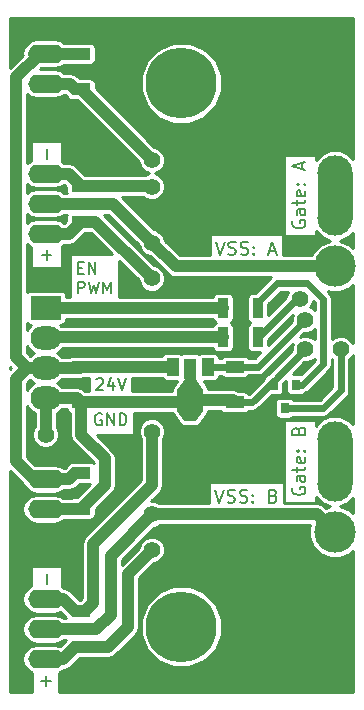
<source format=gbr>
G04 #@! TF.FileFunction,Copper,L1,Top,Signal*
%FSLAX46Y46*%
G04 Gerber Fmt 4.6, Leading zero omitted, Abs format (unit mm)*
G04 Created by KiCad (PCBNEW 4.0.7) date 05/17/18 12:20:08*
%MOMM*%
%LPD*%
G01*
G04 APERTURE LIST*
%ADD10C,0.100000*%
%ADD11C,0.150000*%
%ADD12R,0.900000X1.700000*%
%ADD13R,2.600000X2.000000*%
%ADD14O,2.600000X2.000000*%
%ADD15R,0.800000X0.900000*%
%ADD16R,1.600000X1.000000*%
%ADD17C,2.999740*%
%ADD18C,3.500120*%
%ADD19R,1.000000X1.500000*%
%ADD20R,1.000000X1.800000*%
%ADD21R,2.200000X1.840000*%
%ADD22C,6.000000*%
%ADD23O,3.000000X1.600000*%
%ADD24C,1.400000*%
%ADD25C,1.000000*%
%ADD26C,0.600000*%
%ADD27C,0.300000*%
%ADD28C,0.256000*%
G04 APERTURE END LIST*
D10*
D11*
X17933334Y-19397619D02*
X18300001Y-20497619D01*
X18666667Y-19397619D01*
X18980953Y-20445238D02*
X19138096Y-20497619D01*
X19400000Y-20497619D01*
X19504762Y-20445238D01*
X19557143Y-20392857D01*
X19609524Y-20288095D01*
X19609524Y-20183333D01*
X19557143Y-20078571D01*
X19504762Y-20026190D01*
X19400000Y-19973810D01*
X19190477Y-19921429D01*
X19085715Y-19869048D01*
X19033334Y-19816667D01*
X18980953Y-19711905D01*
X18980953Y-19607143D01*
X19033334Y-19502381D01*
X19085715Y-19450000D01*
X19190477Y-19397619D01*
X19452381Y-19397619D01*
X19609524Y-19450000D01*
X20028572Y-20445238D02*
X20185715Y-20497619D01*
X20447619Y-20497619D01*
X20552381Y-20445238D01*
X20604762Y-20392857D01*
X20657143Y-20288095D01*
X20657143Y-20183333D01*
X20604762Y-20078571D01*
X20552381Y-20026190D01*
X20447619Y-19973810D01*
X20238096Y-19921429D01*
X20133334Y-19869048D01*
X20080953Y-19816667D01*
X20028572Y-19711905D01*
X20028572Y-19607143D01*
X20080953Y-19502381D01*
X20133334Y-19450000D01*
X20238096Y-19397619D01*
X20500000Y-19397619D01*
X20657143Y-19450000D01*
X21128572Y-20392857D02*
X21180953Y-20445238D01*
X21128572Y-20497619D01*
X21076191Y-20445238D01*
X21128572Y-20392857D01*
X21128572Y-20497619D01*
X21128572Y-19816667D02*
X21180953Y-19869048D01*
X21128572Y-19921429D01*
X21076191Y-19869048D01*
X21128572Y-19816667D01*
X21128572Y-19921429D01*
X22438096Y-20183333D02*
X22961905Y-20183333D01*
X22333334Y-20497619D02*
X22700001Y-19397619D01*
X23066667Y-20497619D01*
X17854762Y-40397619D02*
X18221429Y-41497619D01*
X18588095Y-40397619D01*
X18902381Y-41445238D02*
X19059524Y-41497619D01*
X19321428Y-41497619D01*
X19426190Y-41445238D01*
X19478571Y-41392857D01*
X19530952Y-41288095D01*
X19530952Y-41183333D01*
X19478571Y-41078571D01*
X19426190Y-41026190D01*
X19321428Y-40973810D01*
X19111905Y-40921429D01*
X19007143Y-40869048D01*
X18954762Y-40816667D01*
X18902381Y-40711905D01*
X18902381Y-40607143D01*
X18954762Y-40502381D01*
X19007143Y-40450000D01*
X19111905Y-40397619D01*
X19373809Y-40397619D01*
X19530952Y-40450000D01*
X19950000Y-41445238D02*
X20107143Y-41497619D01*
X20369047Y-41497619D01*
X20473809Y-41445238D01*
X20526190Y-41392857D01*
X20578571Y-41288095D01*
X20578571Y-41183333D01*
X20526190Y-41078571D01*
X20473809Y-41026190D01*
X20369047Y-40973810D01*
X20159524Y-40921429D01*
X20054762Y-40869048D01*
X20002381Y-40816667D01*
X19950000Y-40711905D01*
X19950000Y-40607143D01*
X20002381Y-40502381D01*
X20054762Y-40450000D01*
X20159524Y-40397619D01*
X20421428Y-40397619D01*
X20578571Y-40450000D01*
X21050000Y-41392857D02*
X21102381Y-41445238D01*
X21050000Y-41497619D01*
X20997619Y-41445238D01*
X21050000Y-41392857D01*
X21050000Y-41497619D01*
X21050000Y-40816667D02*
X21102381Y-40869048D01*
X21050000Y-40921429D01*
X20997619Y-40869048D01*
X21050000Y-40816667D01*
X21050000Y-40921429D01*
X22778571Y-40921429D02*
X22935714Y-40973810D01*
X22988095Y-41026190D01*
X23040476Y-41130952D01*
X23040476Y-41288095D01*
X22988095Y-41392857D01*
X22935714Y-41445238D01*
X22830952Y-41497619D01*
X22411905Y-41497619D01*
X22411905Y-40397619D01*
X22778571Y-40397619D01*
X22883333Y-40450000D01*
X22935714Y-40502381D01*
X22988095Y-40607143D01*
X22988095Y-40711905D01*
X22935714Y-40816667D01*
X22883333Y-40869048D01*
X22778571Y-40921429D01*
X22411905Y-40921429D01*
X3578571Y-20919047D02*
X3578571Y-20080952D01*
X3997619Y-20500000D02*
X3159524Y-20500000D01*
X3578571Y-12419047D02*
X3578571Y-11580952D01*
X3578571Y-48419047D02*
X3578571Y-47580952D01*
X3080953Y-56578571D02*
X3919048Y-56578571D01*
X3500000Y-56997619D02*
X3500000Y-56159524D01*
X7809524Y-31047619D02*
X7857143Y-31000000D01*
X7952381Y-30952381D01*
X8190477Y-30952381D01*
X8285715Y-31000000D01*
X8333334Y-31047619D01*
X8380953Y-31142857D01*
X8380953Y-31238095D01*
X8333334Y-31380952D01*
X7761905Y-31952381D01*
X8380953Y-31952381D01*
X9238096Y-31285714D02*
X9238096Y-31952381D01*
X9000000Y-30904762D02*
X8761905Y-31619048D01*
X9380953Y-31619048D01*
X9619048Y-30952381D02*
X9952381Y-31952381D01*
X10285715Y-30952381D01*
X8238096Y-34000000D02*
X8142858Y-33952381D01*
X8000001Y-33952381D01*
X7857143Y-34000000D01*
X7761905Y-34095238D01*
X7714286Y-34190476D01*
X7666667Y-34380952D01*
X7666667Y-34523810D01*
X7714286Y-34714286D01*
X7761905Y-34809524D01*
X7857143Y-34904762D01*
X8000001Y-34952381D01*
X8095239Y-34952381D01*
X8238096Y-34904762D01*
X8285715Y-34857143D01*
X8285715Y-34523810D01*
X8095239Y-34523810D01*
X8714286Y-34952381D02*
X8714286Y-33952381D01*
X9285715Y-34952381D01*
X9285715Y-33952381D01*
X9761905Y-34952381D02*
X9761905Y-33952381D01*
X10000000Y-33952381D01*
X10142858Y-34000000D01*
X10238096Y-34095238D01*
X10285715Y-34190476D01*
X10333334Y-34380952D01*
X10333334Y-34523810D01*
X10285715Y-34714286D01*
X10238096Y-34809524D01*
X10142858Y-34904762D01*
X10000000Y-34952381D01*
X9761905Y-34952381D01*
X6238095Y-21603571D02*
X6571429Y-21603571D01*
X6714286Y-22127381D02*
X6238095Y-22127381D01*
X6238095Y-21127381D01*
X6714286Y-21127381D01*
X7142857Y-22127381D02*
X7142857Y-21127381D01*
X7714286Y-22127381D01*
X7714286Y-21127381D01*
X6238095Y-23777381D02*
X6238095Y-22777381D01*
X6619048Y-22777381D01*
X6714286Y-22825000D01*
X6761905Y-22872619D01*
X6809524Y-22967857D01*
X6809524Y-23110714D01*
X6761905Y-23205952D01*
X6714286Y-23253571D01*
X6619048Y-23301190D01*
X6238095Y-23301190D01*
X7142857Y-22777381D02*
X7380952Y-23777381D01*
X7571429Y-23063095D01*
X7761905Y-23777381D01*
X8000000Y-22777381D01*
X8380952Y-23777381D02*
X8380952Y-22777381D01*
X8714286Y-23491667D01*
X9047619Y-22777381D01*
X9047619Y-23777381D01*
X24450000Y-40226190D02*
X24397619Y-40330952D01*
X24397619Y-40488095D01*
X24450000Y-40645237D01*
X24554762Y-40749999D01*
X24659524Y-40802380D01*
X24869048Y-40854761D01*
X25026190Y-40854761D01*
X25235714Y-40802380D01*
X25340476Y-40749999D01*
X25445238Y-40645237D01*
X25497619Y-40488095D01*
X25497619Y-40383333D01*
X25445238Y-40226190D01*
X25392857Y-40173809D01*
X25026190Y-40173809D01*
X25026190Y-40383333D01*
X25497619Y-39230952D02*
X24921429Y-39230952D01*
X24816667Y-39283333D01*
X24764286Y-39388095D01*
X24764286Y-39597618D01*
X24816667Y-39702380D01*
X25445238Y-39230952D02*
X25497619Y-39335714D01*
X25497619Y-39597618D01*
X25445238Y-39702380D01*
X25340476Y-39754761D01*
X25235714Y-39754761D01*
X25130952Y-39702380D01*
X25078571Y-39597618D01*
X25078571Y-39335714D01*
X25026190Y-39230952D01*
X24764286Y-38864285D02*
X24764286Y-38445237D01*
X24397619Y-38707142D02*
X25340476Y-38707142D01*
X25445238Y-38654761D01*
X25497619Y-38549999D01*
X25497619Y-38445237D01*
X25445238Y-37659524D02*
X25497619Y-37764286D01*
X25497619Y-37973809D01*
X25445238Y-38078571D01*
X25340476Y-38130952D01*
X24921429Y-38130952D01*
X24816667Y-38078571D01*
X24764286Y-37973809D01*
X24764286Y-37764286D01*
X24816667Y-37659524D01*
X24921429Y-37607143D01*
X25026190Y-37607143D01*
X25130952Y-38130952D01*
X25392857Y-37135714D02*
X25445238Y-37083333D01*
X25497619Y-37135714D01*
X25445238Y-37188095D01*
X25392857Y-37135714D01*
X25497619Y-37135714D01*
X24816667Y-37135714D02*
X24869048Y-37083333D01*
X24921429Y-37135714D01*
X24869048Y-37188095D01*
X24816667Y-37135714D01*
X24921429Y-37135714D01*
X24921429Y-35407143D02*
X24973810Y-35250000D01*
X25026190Y-35197619D01*
X25130952Y-35145238D01*
X25288095Y-35145238D01*
X25392857Y-35197619D01*
X25445238Y-35250000D01*
X25497619Y-35354762D01*
X25497619Y-35773809D01*
X24397619Y-35773809D01*
X24397619Y-35407143D01*
X24450000Y-35302381D01*
X24502381Y-35250000D01*
X24607143Y-35197619D01*
X24711905Y-35197619D01*
X24816667Y-35250000D01*
X24869048Y-35302381D01*
X24921429Y-35407143D01*
X24921429Y-35773809D01*
X24450000Y-17647619D02*
X24397619Y-17752381D01*
X24397619Y-17909524D01*
X24450000Y-18066666D01*
X24554762Y-18171428D01*
X24659524Y-18223809D01*
X24869048Y-18276190D01*
X25026190Y-18276190D01*
X25235714Y-18223809D01*
X25340476Y-18171428D01*
X25445238Y-18066666D01*
X25497619Y-17909524D01*
X25497619Y-17804762D01*
X25445238Y-17647619D01*
X25392857Y-17595238D01*
X25026190Y-17595238D01*
X25026190Y-17804762D01*
X25497619Y-16652381D02*
X24921429Y-16652381D01*
X24816667Y-16704762D01*
X24764286Y-16809524D01*
X24764286Y-17019047D01*
X24816667Y-17123809D01*
X25445238Y-16652381D02*
X25497619Y-16757143D01*
X25497619Y-17019047D01*
X25445238Y-17123809D01*
X25340476Y-17176190D01*
X25235714Y-17176190D01*
X25130952Y-17123809D01*
X25078571Y-17019047D01*
X25078571Y-16757143D01*
X25026190Y-16652381D01*
X24764286Y-16285714D02*
X24764286Y-15866666D01*
X24397619Y-16128571D02*
X25340476Y-16128571D01*
X25445238Y-16076190D01*
X25497619Y-15971428D01*
X25497619Y-15866666D01*
X25445238Y-15080953D02*
X25497619Y-15185715D01*
X25497619Y-15395238D01*
X25445238Y-15500000D01*
X25340476Y-15552381D01*
X24921429Y-15552381D01*
X24816667Y-15500000D01*
X24764286Y-15395238D01*
X24764286Y-15185715D01*
X24816667Y-15080953D01*
X24921429Y-15028572D01*
X25026190Y-15028572D01*
X25130952Y-15552381D01*
X25392857Y-14557143D02*
X25445238Y-14504762D01*
X25497619Y-14557143D01*
X25445238Y-14609524D01*
X25392857Y-14557143D01*
X25497619Y-14557143D01*
X24816667Y-14557143D02*
X24869048Y-14504762D01*
X24921429Y-14557143D01*
X24869048Y-14609524D01*
X24816667Y-14557143D01*
X24921429Y-14557143D01*
X25183333Y-13247619D02*
X25183333Y-12723810D01*
X25497619Y-13352381D02*
X24397619Y-12985714D01*
X25497619Y-12619048D01*
D12*
X21450000Y-27500000D03*
X18550000Y-27500000D03*
D13*
X3500000Y-25000000D03*
D14*
X3500000Y-27540000D03*
X3500000Y-30080000D03*
X3500000Y-32620000D03*
D12*
X21450000Y-25000000D03*
X18550000Y-25000000D03*
D15*
X24700000Y-31500000D03*
X22800000Y-31500000D03*
X23750000Y-33500000D03*
D16*
X6500000Y-3500000D03*
X6500000Y-6500000D03*
X12000000Y-30000000D03*
X12000000Y-33000000D03*
X19500000Y-30000000D03*
X19500000Y-33000000D03*
X6500000Y-30000000D03*
X6500000Y-33000000D03*
X6500000Y-17700000D03*
X6500000Y-14700000D03*
X6500000Y-53700000D03*
X6500000Y-50700000D03*
X6500000Y-39000000D03*
X6500000Y-42000000D03*
D17*
X28000000Y-17405000D03*
X28000000Y-13595000D03*
D18*
X28000000Y-21500000D03*
D17*
X28000000Y-39905000D03*
X28000000Y-36095000D03*
D18*
X28000000Y-44000000D03*
D10*
G36*
X16850000Y-33742000D02*
X16250000Y-34592000D01*
X15250000Y-34592000D01*
X14650000Y-33742000D01*
X16850000Y-33742000D01*
X16850000Y-33742000D01*
G37*
D19*
X17250000Y-30020000D03*
D20*
X15750000Y-30166500D03*
D19*
X14250000Y-30020000D03*
D21*
X15750000Y-32833500D03*
D10*
G36*
X14650000Y-31923800D02*
X15350000Y-30923800D01*
X16150000Y-30923800D01*
X16850000Y-31923800D01*
X14650000Y-31923800D01*
X14650000Y-31923800D01*
G37*
D22*
X15000000Y-6000000D03*
X15000000Y-52000000D03*
D23*
X3500000Y-39500000D03*
X3500000Y-42040000D03*
X3500000Y-49660000D03*
X3500000Y-52200000D03*
X3500000Y-54740000D03*
X3500000Y-3500000D03*
X3500000Y-6040000D03*
X3500000Y-13660000D03*
X3500000Y-16200000D03*
X3500000Y-18740000D03*
D24*
X25500000Y-28500000D03*
X12500000Y-12500000D03*
X3500000Y-35750000D03*
X25500000Y-26000000D03*
X12500000Y-22500000D03*
X12500000Y-14750000D03*
X12500000Y-19500000D03*
X25000000Y-24250000D03*
X12500000Y-45500000D03*
X12500000Y-35500000D03*
X12500000Y-42500000D03*
X28500000Y-28500000D03*
D25*
X3500000Y-3500000D02*
X2500000Y-3500000D01*
X3000000Y-3500000D02*
X1000000Y-5500000D01*
X1000000Y-29160000D02*
X1000000Y-5500000D01*
X1920000Y-30080000D02*
X1000000Y-29160000D01*
X3500000Y-30080000D02*
X1920000Y-30080000D01*
X1000000Y-38000000D02*
X2500000Y-39500000D01*
X1000000Y-31000000D02*
X1000000Y-38000000D01*
X1920000Y-30080000D02*
X1000000Y-31000000D01*
X2500000Y-39500000D02*
X3000000Y-39500000D01*
X3000000Y-39500000D02*
X5500000Y-39500000D01*
X5500000Y-39500000D02*
X6000000Y-39000000D01*
X3500000Y-30080000D02*
X6420000Y-30080000D01*
X12000000Y-30000000D02*
X14230000Y-30000000D01*
D26*
X14230000Y-30000000D02*
X14250000Y-30020000D01*
D25*
X6500000Y-30000000D02*
X12000000Y-30000000D01*
D26*
X6420000Y-30080000D02*
X6500000Y-30000000D01*
D25*
X3500000Y-3500000D02*
X6000000Y-3500000D01*
D26*
X22800000Y-31500000D02*
X22800000Y-31200000D01*
X22800000Y-31200000D02*
X23000000Y-31000000D01*
X19500000Y-33000000D02*
X21000000Y-33000000D01*
X21000000Y-33000000D02*
X23000000Y-31000000D01*
X23000000Y-31000000D02*
X25500000Y-28500000D01*
D27*
X15750000Y-31423800D02*
X15750000Y-32833500D01*
X15750000Y-32833500D02*
X15750000Y-30166500D01*
X15750000Y-34167000D02*
X15750000Y-32833500D01*
D25*
X6500000Y-42000000D02*
X3540000Y-42000000D01*
X3540000Y-42000000D02*
X3500000Y-42040000D01*
X6500000Y-33000000D02*
X6500000Y-35750000D01*
X8500000Y-40000000D02*
X6500000Y-42000000D01*
X8500000Y-37750000D02*
X8500000Y-40000000D01*
X6500000Y-35750000D02*
X8500000Y-37750000D01*
X12500000Y-12500000D02*
X6500000Y-6500000D01*
X3500000Y-32620000D02*
X3500000Y-35750000D01*
D26*
X19550000Y-32950000D02*
X19500000Y-33000000D01*
X19500000Y-33000000D02*
X19500000Y-32950000D01*
D25*
X15750000Y-32833500D02*
X19333500Y-32833500D01*
D26*
X19333500Y-32833500D02*
X19500000Y-33000000D01*
D25*
X12000000Y-33000000D02*
X15583500Y-33000000D01*
D26*
X15583500Y-33000000D02*
X15750000Y-32833500D01*
D25*
X6500000Y-33000000D02*
X12000000Y-33000000D01*
X3500000Y-32620000D02*
X6120000Y-32620000D01*
X6120000Y-32620000D02*
X6500000Y-33000000D01*
X3500000Y-6040000D02*
X5540000Y-6040000D01*
X5540000Y-6040000D02*
X6000000Y-6500000D01*
D26*
X21500000Y-30000000D02*
X25500000Y-26000000D01*
X21500000Y-30000000D02*
X19500000Y-30000000D01*
X19500000Y-30000000D02*
X19750000Y-30000000D01*
X19500000Y-30000000D02*
X20000000Y-30000000D01*
X17250000Y-30020000D02*
X19480000Y-30020000D01*
X19480000Y-30020000D02*
X19500000Y-30000000D01*
D25*
X6500000Y-17700000D02*
X7700000Y-17700000D01*
X7700000Y-17700000D02*
X12500000Y-22500000D01*
X3500000Y-18740000D02*
X5460000Y-18740000D01*
X5460000Y-18740000D02*
X6500000Y-17700000D01*
X6500000Y-14700000D02*
X10300000Y-14700000D01*
X12450000Y-14700000D02*
X10300000Y-14700000D01*
X12500000Y-14750000D02*
X12450000Y-14700000D01*
X3500000Y-13660000D02*
X5460000Y-13660000D01*
X5460000Y-13660000D02*
X6500000Y-14700000D01*
X28000000Y-21500000D02*
X14500000Y-21500000D01*
X14500000Y-21500000D02*
X12500000Y-19500000D01*
X3500000Y-16200000D02*
X9200000Y-16200000D01*
X9200000Y-16200000D02*
X12500000Y-19500000D01*
D26*
X21450000Y-27500000D02*
X21500000Y-27500000D01*
X21500000Y-27500000D02*
X24750000Y-24250000D01*
X24750000Y-24250000D02*
X25000000Y-24250000D01*
D25*
X6000000Y-53700000D02*
X8800000Y-53700000D01*
X10500000Y-47500000D02*
X12500000Y-45500000D01*
X10500000Y-52000000D02*
X10500000Y-47500000D01*
X8800000Y-53700000D02*
X10500000Y-52000000D01*
X3000000Y-54740000D02*
X4960000Y-54740000D01*
X4960000Y-54740000D02*
X6000000Y-53700000D01*
X6000000Y-50700000D02*
X6800000Y-50700000D01*
X6800000Y-50700000D02*
X7500000Y-50000000D01*
X12500000Y-40000000D02*
X12500000Y-35500000D01*
X7500000Y-45000000D02*
X12500000Y-40000000D01*
X7500000Y-50000000D02*
X7500000Y-45000000D01*
X3000000Y-49660000D02*
X4960000Y-49660000D01*
X4960000Y-49660000D02*
X6000000Y-50700000D01*
X12500000Y-42500000D02*
X26500000Y-42500000D01*
X26500000Y-42500000D02*
X28000000Y-44000000D01*
X3000000Y-52200000D02*
X7800000Y-52200000D01*
X9000000Y-46000000D02*
X12500000Y-42500000D01*
X9000000Y-51000000D02*
X9000000Y-46000000D01*
X7800000Y-52200000D02*
X9000000Y-51000000D01*
X18550000Y-27500000D02*
X3540000Y-27500000D01*
D26*
X3540000Y-27500000D02*
X3500000Y-27540000D01*
D25*
X3500000Y-25000000D02*
X18550000Y-25000000D01*
D26*
X24700000Y-31500000D02*
X25250000Y-31500000D01*
X23100000Y-22900000D02*
X21450000Y-24550000D01*
X25650000Y-22900000D02*
X23100000Y-22900000D01*
X27000000Y-24250000D02*
X25650000Y-22900000D01*
X27000000Y-29750000D02*
X27000000Y-24250000D01*
X25250000Y-31500000D02*
X27000000Y-29750000D01*
X21450000Y-24550000D02*
X21450000Y-25000000D01*
X23750000Y-33500000D02*
X27000000Y-33500000D01*
X28500000Y-32000000D02*
X28500000Y-28500000D01*
X27000000Y-33500000D02*
X28500000Y-32000000D01*
D28*
G36*
X29372000Y-13553020D02*
X29372000Y-17446980D01*
X28446980Y-18372000D01*
X27553020Y-18372000D01*
X26628000Y-17446980D01*
X26628000Y-13553020D01*
X27553020Y-12628000D01*
X28446980Y-12628000D01*
X29372000Y-13553020D01*
X29372000Y-13553020D01*
G37*
X29372000Y-13553020D02*
X29372000Y-17446980D01*
X28446980Y-18372000D01*
X27553020Y-18372000D01*
X26628000Y-17446980D01*
X26628000Y-13553020D01*
X27553020Y-12628000D01*
X28446980Y-12628000D01*
X29372000Y-13553020D01*
G36*
X29372000Y-36053020D02*
X29372000Y-39946980D01*
X28446980Y-40872000D01*
X27553020Y-40872000D01*
X26628000Y-39946980D01*
X26628000Y-36053020D01*
X27553020Y-35128000D01*
X28446980Y-35128000D01*
X29372000Y-36053020D01*
X29372000Y-36053020D01*
G37*
X29372000Y-36053020D02*
X29372000Y-39946980D01*
X28446980Y-40872000D01*
X27553020Y-40872000D01*
X26628000Y-39946980D01*
X26628000Y-36053020D01*
X27553020Y-35128000D01*
X28446980Y-35128000D01*
X29372000Y-36053020D01*
G36*
X25822319Y-43564856D02*
X25821562Y-44431342D01*
X26152454Y-45232160D01*
X26764617Y-45845393D01*
X27564856Y-46177681D01*
X28431342Y-46178438D01*
X29232160Y-45847546D01*
X29497000Y-45583168D01*
X29497000Y-57497000D01*
X4608953Y-57497000D01*
X4608953Y-55894167D01*
X4707707Y-55874524D01*
X5040865Y-55651915D01*
X5315130Y-55597360D01*
X5616195Y-55396195D01*
X6376005Y-54636385D01*
X7300000Y-54636385D01*
X7344562Y-54628000D01*
X8800000Y-54628000D01*
X9155130Y-54557360D01*
X9456195Y-54356195D01*
X11133510Y-52678880D01*
X11571407Y-52678880D01*
X12092189Y-53939269D01*
X13055659Y-54904422D01*
X14315137Y-55427403D01*
X15678880Y-55428593D01*
X16939269Y-54907811D01*
X17904422Y-53944341D01*
X18427403Y-52684863D01*
X18428593Y-51321120D01*
X17907811Y-50060731D01*
X16944341Y-49095578D01*
X15684863Y-48572597D01*
X14321120Y-48571407D01*
X13060731Y-49092189D01*
X12095578Y-50055659D01*
X11572597Y-51315137D01*
X11571407Y-52678880D01*
X11133510Y-52678880D01*
X11156195Y-52656195D01*
X11357360Y-52355130D01*
X11428000Y-52000000D01*
X11428000Y-47884390D01*
X12684228Y-46628162D01*
X12723389Y-46628196D01*
X13138126Y-46456830D01*
X13455714Y-46139795D01*
X13627804Y-45725357D01*
X13628196Y-45276611D01*
X13456830Y-44861874D01*
X13139795Y-44544286D01*
X12725357Y-44372196D01*
X12276611Y-44371804D01*
X11861874Y-44543170D01*
X11544286Y-44860205D01*
X11372196Y-45274643D01*
X11372160Y-45315450D01*
X9928000Y-46759610D01*
X9928000Y-46384390D01*
X12684228Y-43628162D01*
X12723389Y-43628196D01*
X13138126Y-43456830D01*
X13167006Y-43428000D01*
X25879147Y-43428000D01*
X25822319Y-43564856D01*
X25822319Y-43564856D01*
G37*
X25822319Y-43564856D02*
X25821562Y-44431342D01*
X26152454Y-45232160D01*
X26764617Y-45845393D01*
X27564856Y-46177681D01*
X28431342Y-46178438D01*
X29232160Y-45847546D01*
X29497000Y-45583168D01*
X29497000Y-57497000D01*
X4608953Y-57497000D01*
X4608953Y-55894167D01*
X4707707Y-55874524D01*
X5040865Y-55651915D01*
X5315130Y-55597360D01*
X5616195Y-55396195D01*
X6376005Y-54636385D01*
X7300000Y-54636385D01*
X7344562Y-54628000D01*
X8800000Y-54628000D01*
X9155130Y-54557360D01*
X9456195Y-54356195D01*
X11133510Y-52678880D01*
X11571407Y-52678880D01*
X12092189Y-53939269D01*
X13055659Y-54904422D01*
X14315137Y-55427403D01*
X15678880Y-55428593D01*
X16939269Y-54907811D01*
X17904422Y-53944341D01*
X18427403Y-52684863D01*
X18428593Y-51321120D01*
X17907811Y-50060731D01*
X16944341Y-49095578D01*
X15684863Y-48572597D01*
X14321120Y-48571407D01*
X13060731Y-49092189D01*
X12095578Y-50055659D01*
X11572597Y-51315137D01*
X11571407Y-52678880D01*
X11133510Y-52678880D01*
X11156195Y-52656195D01*
X11357360Y-52355130D01*
X11428000Y-52000000D01*
X11428000Y-47884390D01*
X12684228Y-46628162D01*
X12723389Y-46628196D01*
X13138126Y-46456830D01*
X13455714Y-46139795D01*
X13627804Y-45725357D01*
X13628196Y-45276611D01*
X13456830Y-44861874D01*
X13139795Y-44544286D01*
X12725357Y-44372196D01*
X12276611Y-44371804D01*
X11861874Y-44543170D01*
X11544286Y-44860205D01*
X11372196Y-45274643D01*
X11372160Y-45315450D01*
X9928000Y-46759610D01*
X9928000Y-46384390D01*
X12684228Y-43628162D01*
X12723389Y-43628196D01*
X13138126Y-43456830D01*
X13167006Y-43428000D01*
X25879147Y-43428000D01*
X25822319Y-43564856D01*
G36*
X29497000Y-34865814D02*
X29093476Y-34461585D01*
X28385159Y-34167466D01*
X27618205Y-34166796D01*
X26909376Y-34459679D01*
X26383000Y-34985138D01*
X26383000Y-34507714D01*
X23727000Y-34507714D01*
X23727000Y-41492285D01*
X26383000Y-41492285D01*
X26383000Y-41013977D01*
X26906524Y-41538415D01*
X27588459Y-41821579D01*
X27568658Y-41821562D01*
X27261052Y-41948662D01*
X27156195Y-41843805D01*
X26855130Y-41642640D01*
X26500000Y-41572000D01*
X23678000Y-41572000D01*
X23678000Y-39727000D01*
X17322000Y-39727000D01*
X17322000Y-41572000D01*
X13167461Y-41572000D01*
X13139795Y-41544286D01*
X12725357Y-41372196D01*
X12440443Y-41371947D01*
X13156195Y-40656195D01*
X13357360Y-40355130D01*
X13428000Y-40000000D01*
X13428000Y-36167461D01*
X13455714Y-36139795D01*
X13627804Y-35725357D01*
X13628196Y-35276611D01*
X13456830Y-34861874D01*
X13139795Y-34544286D01*
X12725357Y-34372196D01*
X12276611Y-34371804D01*
X11861874Y-34543170D01*
X11544286Y-34860205D01*
X11372196Y-35274643D01*
X11371804Y-35723389D01*
X11543170Y-36138126D01*
X11572000Y-36167006D01*
X11572000Y-39615610D01*
X6843805Y-44343805D01*
X6642640Y-44644870D01*
X6572000Y-45000000D01*
X6572000Y-49615610D01*
X6423995Y-49763615D01*
X6376005Y-49763615D01*
X5616195Y-49003805D01*
X5315130Y-48802640D01*
X5040865Y-48748085D01*
X4883000Y-48642603D01*
X4883000Y-46891047D01*
X2227000Y-46891047D01*
X2227000Y-48569103D01*
X1893901Y-48791673D01*
X1627704Y-49190065D01*
X1534228Y-49660000D01*
X1627704Y-50129935D01*
X1893901Y-50528327D01*
X2292293Y-50794524D01*
X2762228Y-50888000D01*
X4237772Y-50888000D01*
X4707707Y-50794524D01*
X4752323Y-50764713D01*
X5259610Y-51272000D01*
X5016792Y-51272000D01*
X4707707Y-51065476D01*
X4237772Y-50972000D01*
X2762228Y-50972000D01*
X2292293Y-51065476D01*
X1893901Y-51331673D01*
X1627704Y-51730065D01*
X1534228Y-52200000D01*
X1627704Y-52669935D01*
X1893901Y-53068327D01*
X2292293Y-53334524D01*
X2762228Y-53428000D01*
X4237772Y-53428000D01*
X4707707Y-53334524D01*
X5016792Y-53128000D01*
X5259610Y-53128000D01*
X4752323Y-53635287D01*
X4707707Y-53605476D01*
X4237772Y-53512000D01*
X2762228Y-53512000D01*
X2292293Y-53605476D01*
X1893901Y-53871673D01*
X1627704Y-54270065D01*
X1534228Y-54740000D01*
X1627704Y-55209935D01*
X1893901Y-55608327D01*
X2292293Y-55874524D01*
X2391048Y-55894168D01*
X2391048Y-57497000D01*
X503000Y-57497000D01*
X503000Y-38815390D01*
X1620294Y-39932684D01*
X1627704Y-39969935D01*
X1893901Y-40368327D01*
X2292293Y-40634524D01*
X2762228Y-40728000D01*
X4237772Y-40728000D01*
X4707707Y-40634524D01*
X5016792Y-40428000D01*
X5500000Y-40428000D01*
X5855130Y-40357360D01*
X6156195Y-40156195D01*
X6376005Y-39936385D01*
X7251225Y-39936385D01*
X6123995Y-41063615D01*
X5700000Y-41063615D01*
X5655438Y-41072000D01*
X4956928Y-41072000D01*
X4707707Y-40905476D01*
X4237772Y-40812000D01*
X2762228Y-40812000D01*
X2292293Y-40905476D01*
X1893901Y-41171673D01*
X1627704Y-41570065D01*
X1534228Y-42040000D01*
X1627704Y-42509935D01*
X1893901Y-42908327D01*
X2292293Y-43174524D01*
X2762228Y-43268000D01*
X4237772Y-43268000D01*
X4707707Y-43174524D01*
X5076656Y-42928000D01*
X5658594Y-42928000D01*
X5700000Y-42936385D01*
X7300000Y-42936385D01*
X7458607Y-42906541D01*
X7604279Y-42812804D01*
X7702004Y-42669778D01*
X7736385Y-42500000D01*
X7736385Y-42076005D01*
X9156195Y-40656195D01*
X9357360Y-40355130D01*
X9428000Y-40000000D01*
X9428000Y-37750000D01*
X9357360Y-37394870D01*
X9156195Y-37093805D01*
X7865390Y-35803000D01*
X10951810Y-35803000D01*
X10951810Y-33928000D01*
X11158594Y-33928000D01*
X11200000Y-33936385D01*
X12800000Y-33936385D01*
X12844562Y-33928000D01*
X14253686Y-33928000D01*
X14288179Y-33981605D01*
X14293487Y-33993656D01*
X14321168Y-34032871D01*
X14337196Y-34057779D01*
X14340198Y-34059830D01*
X14893487Y-34843656D01*
X15080222Y-34994004D01*
X15250000Y-35028385D01*
X16250000Y-35028385D01*
X16480516Y-34962532D01*
X16606513Y-34843656D01*
X17206513Y-33993656D01*
X17208976Y-33986252D01*
X17252004Y-33923278D01*
X17284765Y-33761500D01*
X18359669Y-33761500D01*
X18387196Y-33804279D01*
X18530222Y-33902004D01*
X18700000Y-33936385D01*
X20300000Y-33936385D01*
X20458607Y-33906541D01*
X20604279Y-33812804D01*
X20662223Y-33728000D01*
X21000000Y-33728000D01*
X21278594Y-33672584D01*
X21514774Y-33514774D01*
X22643163Y-32386385D01*
X23200000Y-32386385D01*
X23358607Y-32356541D01*
X23504279Y-32262804D01*
X23602004Y-32119778D01*
X23636385Y-31950000D01*
X23636385Y-31393163D01*
X23863615Y-31165933D01*
X23863615Y-31950000D01*
X23893459Y-32108607D01*
X23987196Y-32254279D01*
X24130222Y-32352004D01*
X24300000Y-32386385D01*
X25100000Y-32386385D01*
X25258607Y-32356541D01*
X25404279Y-32262804D01*
X25456066Y-32187011D01*
X25528594Y-32172584D01*
X25764774Y-32014774D01*
X27514774Y-30264774D01*
X27672585Y-30028593D01*
X27728001Y-29750000D01*
X27728000Y-29749995D01*
X27728000Y-29323278D01*
X27772000Y-29367355D01*
X27772000Y-31698453D01*
X26698452Y-32772000D01*
X24479714Y-32772000D01*
X24462804Y-32745721D01*
X24319778Y-32647996D01*
X24150000Y-32613615D01*
X23350000Y-32613615D01*
X23191393Y-32643459D01*
X23045721Y-32737196D01*
X22947996Y-32880222D01*
X22913615Y-33050000D01*
X22913615Y-33950000D01*
X22943459Y-34108607D01*
X23037196Y-34254279D01*
X23180222Y-34352004D01*
X23350000Y-34386385D01*
X24150000Y-34386385D01*
X24308607Y-34356541D01*
X24454279Y-34262804D01*
X24478059Y-34228000D01*
X27000000Y-34228000D01*
X27278594Y-34172584D01*
X27514774Y-34014774D01*
X29014771Y-32514776D01*
X29014774Y-32514774D01*
X29172584Y-32278594D01*
X29228000Y-32000000D01*
X29228000Y-29367112D01*
X29455714Y-29139795D01*
X29497000Y-29040367D01*
X29497000Y-34865814D01*
X29497000Y-34865814D01*
G37*
X29497000Y-34865814D02*
X29093476Y-34461585D01*
X28385159Y-34167466D01*
X27618205Y-34166796D01*
X26909376Y-34459679D01*
X26383000Y-34985138D01*
X26383000Y-34507714D01*
X23727000Y-34507714D01*
X23727000Y-41492285D01*
X26383000Y-41492285D01*
X26383000Y-41013977D01*
X26906524Y-41538415D01*
X27588459Y-41821579D01*
X27568658Y-41821562D01*
X27261052Y-41948662D01*
X27156195Y-41843805D01*
X26855130Y-41642640D01*
X26500000Y-41572000D01*
X23678000Y-41572000D01*
X23678000Y-39727000D01*
X17322000Y-39727000D01*
X17322000Y-41572000D01*
X13167461Y-41572000D01*
X13139795Y-41544286D01*
X12725357Y-41372196D01*
X12440443Y-41371947D01*
X13156195Y-40656195D01*
X13357360Y-40355130D01*
X13428000Y-40000000D01*
X13428000Y-36167461D01*
X13455714Y-36139795D01*
X13627804Y-35725357D01*
X13628196Y-35276611D01*
X13456830Y-34861874D01*
X13139795Y-34544286D01*
X12725357Y-34372196D01*
X12276611Y-34371804D01*
X11861874Y-34543170D01*
X11544286Y-34860205D01*
X11372196Y-35274643D01*
X11371804Y-35723389D01*
X11543170Y-36138126D01*
X11572000Y-36167006D01*
X11572000Y-39615610D01*
X6843805Y-44343805D01*
X6642640Y-44644870D01*
X6572000Y-45000000D01*
X6572000Y-49615610D01*
X6423995Y-49763615D01*
X6376005Y-49763615D01*
X5616195Y-49003805D01*
X5315130Y-48802640D01*
X5040865Y-48748085D01*
X4883000Y-48642603D01*
X4883000Y-46891047D01*
X2227000Y-46891047D01*
X2227000Y-48569103D01*
X1893901Y-48791673D01*
X1627704Y-49190065D01*
X1534228Y-49660000D01*
X1627704Y-50129935D01*
X1893901Y-50528327D01*
X2292293Y-50794524D01*
X2762228Y-50888000D01*
X4237772Y-50888000D01*
X4707707Y-50794524D01*
X4752323Y-50764713D01*
X5259610Y-51272000D01*
X5016792Y-51272000D01*
X4707707Y-51065476D01*
X4237772Y-50972000D01*
X2762228Y-50972000D01*
X2292293Y-51065476D01*
X1893901Y-51331673D01*
X1627704Y-51730065D01*
X1534228Y-52200000D01*
X1627704Y-52669935D01*
X1893901Y-53068327D01*
X2292293Y-53334524D01*
X2762228Y-53428000D01*
X4237772Y-53428000D01*
X4707707Y-53334524D01*
X5016792Y-53128000D01*
X5259610Y-53128000D01*
X4752323Y-53635287D01*
X4707707Y-53605476D01*
X4237772Y-53512000D01*
X2762228Y-53512000D01*
X2292293Y-53605476D01*
X1893901Y-53871673D01*
X1627704Y-54270065D01*
X1534228Y-54740000D01*
X1627704Y-55209935D01*
X1893901Y-55608327D01*
X2292293Y-55874524D01*
X2391048Y-55894168D01*
X2391048Y-57497000D01*
X503000Y-57497000D01*
X503000Y-38815390D01*
X1620294Y-39932684D01*
X1627704Y-39969935D01*
X1893901Y-40368327D01*
X2292293Y-40634524D01*
X2762228Y-40728000D01*
X4237772Y-40728000D01*
X4707707Y-40634524D01*
X5016792Y-40428000D01*
X5500000Y-40428000D01*
X5855130Y-40357360D01*
X6156195Y-40156195D01*
X6376005Y-39936385D01*
X7251225Y-39936385D01*
X6123995Y-41063615D01*
X5700000Y-41063615D01*
X5655438Y-41072000D01*
X4956928Y-41072000D01*
X4707707Y-40905476D01*
X4237772Y-40812000D01*
X2762228Y-40812000D01*
X2292293Y-40905476D01*
X1893901Y-41171673D01*
X1627704Y-41570065D01*
X1534228Y-42040000D01*
X1627704Y-42509935D01*
X1893901Y-42908327D01*
X2292293Y-43174524D01*
X2762228Y-43268000D01*
X4237772Y-43268000D01*
X4707707Y-43174524D01*
X5076656Y-42928000D01*
X5658594Y-42928000D01*
X5700000Y-42936385D01*
X7300000Y-42936385D01*
X7458607Y-42906541D01*
X7604279Y-42812804D01*
X7702004Y-42669778D01*
X7736385Y-42500000D01*
X7736385Y-42076005D01*
X9156195Y-40656195D01*
X9357360Y-40355130D01*
X9428000Y-40000000D01*
X9428000Y-37750000D01*
X9357360Y-37394870D01*
X9156195Y-37093805D01*
X7865390Y-35803000D01*
X10951810Y-35803000D01*
X10951810Y-33928000D01*
X11158594Y-33928000D01*
X11200000Y-33936385D01*
X12800000Y-33936385D01*
X12844562Y-33928000D01*
X14253686Y-33928000D01*
X14288179Y-33981605D01*
X14293487Y-33993656D01*
X14321168Y-34032871D01*
X14337196Y-34057779D01*
X14340198Y-34059830D01*
X14893487Y-34843656D01*
X15080222Y-34994004D01*
X15250000Y-35028385D01*
X16250000Y-35028385D01*
X16480516Y-34962532D01*
X16606513Y-34843656D01*
X17206513Y-33993656D01*
X17208976Y-33986252D01*
X17252004Y-33923278D01*
X17284765Y-33761500D01*
X18359669Y-33761500D01*
X18387196Y-33804279D01*
X18530222Y-33902004D01*
X18700000Y-33936385D01*
X20300000Y-33936385D01*
X20458607Y-33906541D01*
X20604279Y-33812804D01*
X20662223Y-33728000D01*
X21000000Y-33728000D01*
X21278594Y-33672584D01*
X21514774Y-33514774D01*
X22643163Y-32386385D01*
X23200000Y-32386385D01*
X23358607Y-32356541D01*
X23504279Y-32262804D01*
X23602004Y-32119778D01*
X23636385Y-31950000D01*
X23636385Y-31393163D01*
X23863615Y-31165933D01*
X23863615Y-31950000D01*
X23893459Y-32108607D01*
X23987196Y-32254279D01*
X24130222Y-32352004D01*
X24300000Y-32386385D01*
X25100000Y-32386385D01*
X25258607Y-32356541D01*
X25404279Y-32262804D01*
X25456066Y-32187011D01*
X25528594Y-32172584D01*
X25764774Y-32014774D01*
X27514774Y-30264774D01*
X27672585Y-30028593D01*
X27728001Y-29750000D01*
X27728000Y-29749995D01*
X27728000Y-29323278D01*
X27772000Y-29367355D01*
X27772000Y-31698453D01*
X26698452Y-32772000D01*
X24479714Y-32772000D01*
X24462804Y-32745721D01*
X24319778Y-32647996D01*
X24150000Y-32613615D01*
X23350000Y-32613615D01*
X23191393Y-32643459D01*
X23045721Y-32737196D01*
X22947996Y-32880222D01*
X22913615Y-33050000D01*
X22913615Y-33950000D01*
X22943459Y-34108607D01*
X23037196Y-34254279D01*
X23180222Y-34352004D01*
X23350000Y-34386385D01*
X24150000Y-34386385D01*
X24308607Y-34356541D01*
X24454279Y-34262804D01*
X24478059Y-34228000D01*
X27000000Y-34228000D01*
X27278594Y-34172584D01*
X27514774Y-34014774D01*
X29014771Y-32514776D01*
X29014774Y-32514774D01*
X29172584Y-32278594D01*
X29228000Y-32000000D01*
X29228000Y-29367112D01*
X29455714Y-29139795D01*
X29497000Y-29040367D01*
X29497000Y-34865814D01*
G36*
X29497000Y-42416681D02*
X29235383Y-42154607D01*
X28435144Y-41822319D01*
X28408196Y-41822295D01*
X29090624Y-41540321D01*
X29497000Y-41134653D01*
X29497000Y-42416681D01*
X29497000Y-42416681D01*
G37*
X29497000Y-42416681D02*
X29235383Y-42154607D01*
X28435144Y-41822319D01*
X28408196Y-41822295D01*
X29090624Y-41540321D01*
X29497000Y-41134653D01*
X29497000Y-42416681D01*
G36*
X2156398Y-33629748D02*
X2572000Y-33907445D01*
X2572000Y-35082539D01*
X2544286Y-35110205D01*
X2372196Y-35524643D01*
X2371804Y-35973389D01*
X2543170Y-36388126D01*
X2860205Y-36705714D01*
X3274643Y-36877804D01*
X3723389Y-36878196D01*
X4138126Y-36706830D01*
X4455714Y-36389795D01*
X4627804Y-35975357D01*
X4628196Y-35526611D01*
X4456830Y-35111874D01*
X4428000Y-35082994D01*
X4428000Y-33907445D01*
X4843602Y-33629748D01*
X4898224Y-33548000D01*
X5272647Y-33548000D01*
X5293459Y-33658607D01*
X5387196Y-33804279D01*
X5530222Y-33902004D01*
X5572000Y-33910464D01*
X5572000Y-35750000D01*
X5642640Y-36105130D01*
X5843805Y-36406195D01*
X7572000Y-38134390D01*
X7572000Y-38167841D01*
X7469778Y-38097996D01*
X7300000Y-38063615D01*
X5700000Y-38063615D01*
X5541393Y-38093459D01*
X5395721Y-38187196D01*
X5297996Y-38330222D01*
X5282915Y-38404695D01*
X5115610Y-38572000D01*
X5016792Y-38572000D01*
X4707707Y-38365476D01*
X4237772Y-38272000D01*
X2762228Y-38272000D01*
X2613895Y-38301505D01*
X1928000Y-37615610D01*
X1928000Y-33287927D01*
X2156398Y-33629748D01*
X2156398Y-33629748D01*
G37*
X2156398Y-33629748D02*
X2572000Y-33907445D01*
X2572000Y-35082539D01*
X2544286Y-35110205D01*
X2372196Y-35524643D01*
X2371804Y-35973389D01*
X2543170Y-36388126D01*
X2860205Y-36705714D01*
X3274643Y-36877804D01*
X3723389Y-36878196D01*
X4138126Y-36706830D01*
X4455714Y-36389795D01*
X4627804Y-35975357D01*
X4628196Y-35526611D01*
X4456830Y-35111874D01*
X4428000Y-35082994D01*
X4428000Y-33907445D01*
X4843602Y-33629748D01*
X4898224Y-33548000D01*
X5272647Y-33548000D01*
X5293459Y-33658607D01*
X5387196Y-33804279D01*
X5530222Y-33902004D01*
X5572000Y-33910464D01*
X5572000Y-35750000D01*
X5642640Y-36105130D01*
X5843805Y-36406195D01*
X7572000Y-38134390D01*
X7572000Y-38167841D01*
X7469778Y-38097996D01*
X7300000Y-38063615D01*
X5700000Y-38063615D01*
X5541393Y-38093459D01*
X5395721Y-38187196D01*
X5297996Y-38330222D01*
X5282915Y-38404695D01*
X5115610Y-38572000D01*
X5016792Y-38572000D01*
X4707707Y-38365476D01*
X4237772Y-38272000D01*
X2762228Y-38272000D01*
X2613895Y-38301505D01*
X1928000Y-37615610D01*
X1928000Y-33287927D01*
X2156398Y-33629748D01*
G36*
X24372196Y-28274643D02*
X24371913Y-28598539D01*
X22346833Y-30623619D01*
X22241393Y-30643459D01*
X22095721Y-30737196D01*
X21997996Y-30880222D01*
X21974575Y-30995877D01*
X20698452Y-32272000D01*
X20661888Y-32272000D01*
X20612804Y-32195721D01*
X20469778Y-32097996D01*
X20300000Y-32063615D01*
X19819546Y-32063615D01*
X19688630Y-31976140D01*
X19333500Y-31905500D01*
X17284880Y-31905500D01*
X17277053Y-31863905D01*
X17276696Y-31832354D01*
X17266875Y-31809815D01*
X17256541Y-31754893D01*
X17214428Y-31689447D01*
X17207501Y-31673550D01*
X17166599Y-31615118D01*
X17162804Y-31609221D01*
X17162165Y-31608784D01*
X16880485Y-31206385D01*
X17750000Y-31206385D01*
X17908607Y-31176541D01*
X18054279Y-31082804D01*
X18152004Y-30939778D01*
X18186385Y-30770000D01*
X18186385Y-30748000D01*
X18350982Y-30748000D01*
X18387196Y-30804279D01*
X18530222Y-30902004D01*
X18700000Y-30936385D01*
X20300000Y-30936385D01*
X20458607Y-30906541D01*
X20604279Y-30812804D01*
X20662223Y-30728000D01*
X21500000Y-30728000D01*
X21778594Y-30672584D01*
X22014774Y-30514774D01*
X24455484Y-28074064D01*
X24372196Y-28274643D01*
X24372196Y-28274643D01*
G37*
X24372196Y-28274643D02*
X24371913Y-28598539D01*
X22346833Y-30623619D01*
X22241393Y-30643459D01*
X22095721Y-30737196D01*
X21997996Y-30880222D01*
X21974575Y-30995877D01*
X20698452Y-32272000D01*
X20661888Y-32272000D01*
X20612804Y-32195721D01*
X20469778Y-32097996D01*
X20300000Y-32063615D01*
X19819546Y-32063615D01*
X19688630Y-31976140D01*
X19333500Y-31905500D01*
X17284880Y-31905500D01*
X17277053Y-31863905D01*
X17276696Y-31832354D01*
X17266875Y-31809815D01*
X17256541Y-31754893D01*
X17214428Y-31689447D01*
X17207501Y-31673550D01*
X17166599Y-31615118D01*
X17162804Y-31609221D01*
X17162165Y-31608784D01*
X16880485Y-31206385D01*
X17750000Y-31206385D01*
X17908607Y-31176541D01*
X18054279Y-31082804D01*
X18152004Y-30939778D01*
X18186385Y-30770000D01*
X18186385Y-30748000D01*
X18350982Y-30748000D01*
X18387196Y-30804279D01*
X18530222Y-30902004D01*
X18700000Y-30936385D01*
X20300000Y-30936385D01*
X20458607Y-30906541D01*
X20604279Y-30812804D01*
X20662223Y-30728000D01*
X21500000Y-30728000D01*
X21778594Y-30672584D01*
X22014774Y-30514774D01*
X24455484Y-28074064D01*
X24372196Y-28274643D01*
G36*
X11200000Y-30936385D02*
X12800000Y-30936385D01*
X12844562Y-30928000D01*
X13343345Y-30928000D01*
X13343459Y-30928607D01*
X13437196Y-31074279D01*
X13580222Y-31172004D01*
X13750000Y-31206385D01*
X14619515Y-31206385D01*
X14292499Y-31673550D01*
X14289274Y-31683310D01*
X14247996Y-31743722D01*
X14214269Y-31910270D01*
X14213782Y-31911744D01*
X14213869Y-31912245D01*
X14213615Y-31913500D01*
X14213615Y-32072000D01*
X12841406Y-32072000D01*
X12800000Y-32063615D01*
X11200000Y-32063615D01*
X11155438Y-32072000D01*
X10808953Y-32072000D01*
X10808953Y-30928000D01*
X11158594Y-30928000D01*
X11200000Y-30936385D01*
X11200000Y-30936385D01*
G37*
X11200000Y-30936385D02*
X12800000Y-30936385D01*
X12844562Y-30928000D01*
X13343345Y-30928000D01*
X13343459Y-30928607D01*
X13437196Y-31074279D01*
X13580222Y-31172004D01*
X13750000Y-31206385D01*
X14619515Y-31206385D01*
X14292499Y-31673550D01*
X14289274Y-31683310D01*
X14247996Y-31743722D01*
X14214269Y-31910270D01*
X14213782Y-31911744D01*
X14213869Y-31912245D01*
X14213615Y-31913500D01*
X14213615Y-32072000D01*
X12841406Y-32072000D01*
X12800000Y-32063615D01*
X11200000Y-32063615D01*
X11155438Y-32072000D01*
X10808953Y-32072000D01*
X10808953Y-30928000D01*
X11158594Y-30928000D01*
X11200000Y-30936385D01*
G36*
X7191048Y-32063615D02*
X6876005Y-32063615D01*
X6776195Y-31963805D01*
X6475130Y-31762640D01*
X6120000Y-31692000D01*
X4898224Y-31692000D01*
X4843602Y-31610252D01*
X4454108Y-31350000D01*
X4843602Y-31089748D01*
X4898224Y-31008000D01*
X6420000Y-31008000D01*
X6775130Y-30937360D01*
X6776589Y-30936385D01*
X7191048Y-30936385D01*
X7191048Y-32063615D01*
X7191048Y-32063615D01*
G37*
X7191048Y-32063615D02*
X6876005Y-32063615D01*
X6776195Y-31963805D01*
X6475130Y-31762640D01*
X6120000Y-31692000D01*
X4898224Y-31692000D01*
X4843602Y-31610252D01*
X4454108Y-31350000D01*
X4843602Y-31089748D01*
X4898224Y-31008000D01*
X6420000Y-31008000D01*
X6775130Y-30937360D01*
X6776589Y-30936385D01*
X7191048Y-30936385D01*
X7191048Y-32063615D01*
G36*
X2545892Y-31350000D02*
X2156398Y-31610252D01*
X1928000Y-31952073D01*
X1928000Y-31384390D01*
X2196108Y-31116282D01*
X2545892Y-31350000D01*
X2545892Y-31350000D01*
G37*
X2545892Y-31350000D02*
X2156398Y-31610252D01*
X1928000Y-31952073D01*
X1928000Y-31384390D01*
X2196108Y-31116282D01*
X2545892Y-31350000D01*
G36*
X26272000Y-29448452D02*
X25105686Y-30614766D01*
X25100000Y-30613615D01*
X24415933Y-30613615D01*
X25401633Y-29627915D01*
X25723389Y-29628196D01*
X26138126Y-29456830D01*
X26272000Y-29323189D01*
X26272000Y-29448452D01*
X26272000Y-29448452D01*
G37*
X26272000Y-29448452D02*
X25105686Y-30614766D01*
X25100000Y-30613615D01*
X24415933Y-30613615D01*
X25401633Y-29627915D01*
X25723389Y-29628196D01*
X26138126Y-29456830D01*
X26272000Y-29323189D01*
X26272000Y-29448452D01*
G36*
X607610Y-30080000D02*
X503000Y-30184610D01*
X503000Y-29975390D01*
X607610Y-30080000D01*
X607610Y-30080000D01*
G37*
X607610Y-30080000D02*
X503000Y-30184610D01*
X503000Y-29975390D01*
X607610Y-30080000D01*
G36*
X11371838Y-19684228D02*
X11371804Y-19723389D01*
X11543170Y-20138126D01*
X11860205Y-20455714D01*
X12274643Y-20627804D01*
X12315450Y-20627840D01*
X13843805Y-22156195D01*
X14144870Y-22357360D01*
X14500000Y-22428000D01*
X22542453Y-22428000D01*
X21256837Y-23713615D01*
X21000000Y-23713615D01*
X20841393Y-23743459D01*
X20695721Y-23837196D01*
X20597996Y-23980222D01*
X20563615Y-24150000D01*
X20563615Y-25850000D01*
X20593459Y-26008607D01*
X20687196Y-26154279D01*
X20829199Y-26251305D01*
X20695721Y-26337196D01*
X20597996Y-26480222D01*
X20563615Y-26650000D01*
X20563615Y-28350000D01*
X20593459Y-28508607D01*
X20687196Y-28654279D01*
X20830222Y-28752004D01*
X21000000Y-28786385D01*
X21684067Y-28786385D01*
X21198452Y-29272000D01*
X20661888Y-29272000D01*
X20612804Y-29195721D01*
X20469778Y-29097996D01*
X20300000Y-29063615D01*
X18700000Y-29063615D01*
X18541393Y-29093459D01*
X18395721Y-29187196D01*
X18324112Y-29292000D01*
X18186385Y-29292000D01*
X18186385Y-29270000D01*
X18156541Y-29111393D01*
X18062804Y-28965721D01*
X17919778Y-28867996D01*
X17750000Y-28833615D01*
X16750000Y-28833615D01*
X16591393Y-28863459D01*
X16502231Y-28920833D01*
X16419778Y-28864496D01*
X16250000Y-28830115D01*
X15250000Y-28830115D01*
X15091393Y-28859959D01*
X14996955Y-28920728D01*
X14919778Y-28867996D01*
X14750000Y-28833615D01*
X13750000Y-28833615D01*
X13591393Y-28863459D01*
X13445721Y-28957196D01*
X13367279Y-29072000D01*
X12841406Y-29072000D01*
X12800000Y-29063615D01*
X11200000Y-29063615D01*
X11155438Y-29072000D01*
X7341406Y-29072000D01*
X7300000Y-29063615D01*
X5700000Y-29063615D01*
X5541393Y-29093459D01*
X5450417Y-29152000D01*
X4898224Y-29152000D01*
X4843602Y-29070252D01*
X4454108Y-28810000D01*
X4843602Y-28549748D01*
X4924952Y-28428000D01*
X17678292Y-28428000D01*
X17693459Y-28508607D01*
X17787196Y-28654279D01*
X17930222Y-28752004D01*
X18100000Y-28786385D01*
X19000000Y-28786385D01*
X19158607Y-28756541D01*
X19304279Y-28662804D01*
X19402004Y-28519778D01*
X19436385Y-28350000D01*
X19436385Y-27709212D01*
X19478000Y-27500000D01*
X19436385Y-27290788D01*
X19436385Y-26650000D01*
X19406541Y-26491393D01*
X19312804Y-26345721D01*
X19170801Y-26248695D01*
X19304279Y-26162804D01*
X19402004Y-26019778D01*
X19436385Y-25850000D01*
X19436385Y-25209212D01*
X19478000Y-25000000D01*
X19436385Y-24790788D01*
X19436385Y-24150000D01*
X19406541Y-23991393D01*
X19312804Y-23845721D01*
X19169778Y-23747996D01*
X19000000Y-23713615D01*
X18100000Y-23713615D01*
X17941393Y-23743459D01*
X17795721Y-23837196D01*
X17697996Y-23980222D01*
X17679410Y-24072000D01*
X9713714Y-24072000D01*
X9713714Y-21026104D01*
X11371838Y-22684228D01*
X11371804Y-22723389D01*
X11543170Y-23138126D01*
X11860205Y-23455714D01*
X12274643Y-23627804D01*
X12723389Y-23628196D01*
X13138126Y-23456830D01*
X13455714Y-23139795D01*
X13627804Y-22725357D01*
X13628196Y-22276611D01*
X13456830Y-21861874D01*
X13139795Y-21544286D01*
X12725357Y-21372196D01*
X12684550Y-21372160D01*
X8440390Y-17128000D01*
X8815610Y-17128000D01*
X11371838Y-19684228D01*
X11371838Y-19684228D01*
G37*
X11371838Y-19684228D02*
X11371804Y-19723389D01*
X11543170Y-20138126D01*
X11860205Y-20455714D01*
X12274643Y-20627804D01*
X12315450Y-20627840D01*
X13843805Y-22156195D01*
X14144870Y-22357360D01*
X14500000Y-22428000D01*
X22542453Y-22428000D01*
X21256837Y-23713615D01*
X21000000Y-23713615D01*
X20841393Y-23743459D01*
X20695721Y-23837196D01*
X20597996Y-23980222D01*
X20563615Y-24150000D01*
X20563615Y-25850000D01*
X20593459Y-26008607D01*
X20687196Y-26154279D01*
X20829199Y-26251305D01*
X20695721Y-26337196D01*
X20597996Y-26480222D01*
X20563615Y-26650000D01*
X20563615Y-28350000D01*
X20593459Y-28508607D01*
X20687196Y-28654279D01*
X20830222Y-28752004D01*
X21000000Y-28786385D01*
X21684067Y-28786385D01*
X21198452Y-29272000D01*
X20661888Y-29272000D01*
X20612804Y-29195721D01*
X20469778Y-29097996D01*
X20300000Y-29063615D01*
X18700000Y-29063615D01*
X18541393Y-29093459D01*
X18395721Y-29187196D01*
X18324112Y-29292000D01*
X18186385Y-29292000D01*
X18186385Y-29270000D01*
X18156541Y-29111393D01*
X18062804Y-28965721D01*
X17919778Y-28867996D01*
X17750000Y-28833615D01*
X16750000Y-28833615D01*
X16591393Y-28863459D01*
X16502231Y-28920833D01*
X16419778Y-28864496D01*
X16250000Y-28830115D01*
X15250000Y-28830115D01*
X15091393Y-28859959D01*
X14996955Y-28920728D01*
X14919778Y-28867996D01*
X14750000Y-28833615D01*
X13750000Y-28833615D01*
X13591393Y-28863459D01*
X13445721Y-28957196D01*
X13367279Y-29072000D01*
X12841406Y-29072000D01*
X12800000Y-29063615D01*
X11200000Y-29063615D01*
X11155438Y-29072000D01*
X7341406Y-29072000D01*
X7300000Y-29063615D01*
X5700000Y-29063615D01*
X5541393Y-29093459D01*
X5450417Y-29152000D01*
X4898224Y-29152000D01*
X4843602Y-29070252D01*
X4454108Y-28810000D01*
X4843602Y-28549748D01*
X4924952Y-28428000D01*
X17678292Y-28428000D01*
X17693459Y-28508607D01*
X17787196Y-28654279D01*
X17930222Y-28752004D01*
X18100000Y-28786385D01*
X19000000Y-28786385D01*
X19158607Y-28756541D01*
X19304279Y-28662804D01*
X19402004Y-28519778D01*
X19436385Y-28350000D01*
X19436385Y-27709212D01*
X19478000Y-27500000D01*
X19436385Y-27290788D01*
X19436385Y-26650000D01*
X19406541Y-26491393D01*
X19312804Y-26345721D01*
X19170801Y-26248695D01*
X19304279Y-26162804D01*
X19402004Y-26019778D01*
X19436385Y-25850000D01*
X19436385Y-25209212D01*
X19478000Y-25000000D01*
X19436385Y-24790788D01*
X19436385Y-24150000D01*
X19406541Y-23991393D01*
X19312804Y-23845721D01*
X19169778Y-23747996D01*
X19000000Y-23713615D01*
X18100000Y-23713615D01*
X17941393Y-23743459D01*
X17795721Y-23837196D01*
X17697996Y-23980222D01*
X17679410Y-24072000D01*
X9713714Y-24072000D01*
X9713714Y-21026104D01*
X11371838Y-22684228D01*
X11371804Y-22723389D01*
X11543170Y-23138126D01*
X11860205Y-23455714D01*
X12274643Y-23627804D01*
X12723389Y-23628196D01*
X13138126Y-23456830D01*
X13455714Y-23139795D01*
X13627804Y-22725357D01*
X13628196Y-22276611D01*
X13456830Y-21861874D01*
X13139795Y-21544286D01*
X12725357Y-21372196D01*
X12684550Y-21372160D01*
X8440390Y-17128000D01*
X8815610Y-17128000D01*
X11371838Y-19684228D01*
G36*
X2156398Y-28549748D02*
X2545892Y-28810000D01*
X2196108Y-29043718D01*
X1928000Y-28775610D01*
X1928000Y-28207927D01*
X2156398Y-28549748D01*
X2156398Y-28549748D01*
G37*
X2156398Y-28549748D02*
X2545892Y-28810000D01*
X2196108Y-29043718D01*
X1928000Y-28775610D01*
X1928000Y-28207927D01*
X2156398Y-28549748D01*
G36*
X24372196Y-25774643D02*
X24371913Y-26098539D01*
X22336385Y-28134067D01*
X22336385Y-27693163D01*
X24455484Y-25574064D01*
X24372196Y-25774643D01*
X24372196Y-25774643D01*
G37*
X24372196Y-25774643D02*
X24371913Y-26098539D01*
X22336385Y-28134067D01*
X22336385Y-27693163D01*
X24455484Y-25574064D01*
X24372196Y-25774643D01*
G36*
X29497000Y-27959093D02*
X29456830Y-27861874D01*
X29139795Y-27544286D01*
X28725357Y-27372196D01*
X28276611Y-27371804D01*
X27861874Y-27543170D01*
X27728000Y-27676811D01*
X27728000Y-24250000D01*
X27672584Y-23971406D01*
X27514774Y-23735226D01*
X27380804Y-23601256D01*
X27564856Y-23677681D01*
X28431342Y-23678438D01*
X29232160Y-23347546D01*
X29497000Y-23083168D01*
X29497000Y-27959093D01*
X29497000Y-27959093D01*
G37*
X29497000Y-27959093D02*
X29456830Y-27861874D01*
X29139795Y-27544286D01*
X28725357Y-27372196D01*
X28276611Y-27371804D01*
X27861874Y-27543170D01*
X27728000Y-27676811D01*
X27728000Y-24250000D01*
X27672584Y-23971406D01*
X27514774Y-23735226D01*
X27380804Y-23601256D01*
X27564856Y-23677681D01*
X28431342Y-23678438D01*
X29232160Y-23347546D01*
X29497000Y-23083168D01*
X29497000Y-27959093D01*
G36*
X26272000Y-27676722D02*
X26139795Y-27544286D01*
X25725357Y-27372196D01*
X25276611Y-27371804D01*
X25074046Y-27455502D01*
X25401633Y-27127915D01*
X25723389Y-27128196D01*
X26138126Y-26956830D01*
X26272000Y-26823189D01*
X26272000Y-27676722D01*
X26272000Y-27676722D01*
G37*
X26272000Y-27676722D02*
X26139795Y-27544286D01*
X25725357Y-27372196D01*
X25276611Y-27371804D01*
X25074046Y-27455502D01*
X25401633Y-27127915D01*
X25723389Y-27128196D01*
X26138126Y-26956830D01*
X26272000Y-26823189D01*
X26272000Y-27676722D01*
G36*
X2030222Y-26402004D02*
X2200000Y-26436385D01*
X2296879Y-26436385D01*
X2156398Y-26530252D01*
X1928000Y-26872073D01*
X1928000Y-26332159D01*
X2030222Y-26402004D01*
X2030222Y-26402004D01*
G37*
X2030222Y-26402004D02*
X2200000Y-26436385D01*
X2296879Y-26436385D01*
X2156398Y-26530252D01*
X1928000Y-26872073D01*
X1928000Y-26332159D01*
X2030222Y-26402004D01*
G36*
X17693459Y-26008607D02*
X17787196Y-26154279D01*
X17929199Y-26251305D01*
X17795721Y-26337196D01*
X17697996Y-26480222D01*
X17679410Y-26572000D01*
X4871497Y-26572000D01*
X4843602Y-26530252D01*
X4703121Y-26436385D01*
X4800000Y-26436385D01*
X4958607Y-26406541D01*
X5104279Y-26312804D01*
X5202004Y-26169778D01*
X5236385Y-26000000D01*
X5236385Y-25928000D01*
X17678292Y-25928000D01*
X17693459Y-26008607D01*
X17693459Y-26008607D01*
G37*
X17693459Y-26008607D02*
X17787196Y-26154279D01*
X17929199Y-26251305D01*
X17795721Y-26337196D01*
X17697996Y-26480222D01*
X17679410Y-26572000D01*
X4871497Y-26572000D01*
X4843602Y-26530252D01*
X4703121Y-26436385D01*
X4800000Y-26436385D01*
X4958607Y-26406541D01*
X5104279Y-26312804D01*
X5202004Y-26169778D01*
X5236385Y-26000000D01*
X5236385Y-25928000D01*
X17678292Y-25928000D01*
X17693459Y-26008607D01*
G36*
X23872196Y-24024643D02*
X23872132Y-24098320D01*
X22336385Y-25634067D01*
X22336385Y-24693163D01*
X23401547Y-23628000D01*
X24036897Y-23628000D01*
X23872196Y-24024643D01*
X23872196Y-24024643D01*
G37*
X23872196Y-24024643D02*
X23872132Y-24098320D01*
X22336385Y-25634067D01*
X22336385Y-24693163D01*
X23401547Y-23628000D01*
X24036897Y-23628000D01*
X23872196Y-24024643D01*
G36*
X26272000Y-24551548D02*
X26272000Y-25176722D01*
X26139795Y-25044286D01*
X25900494Y-24944919D01*
X25955714Y-24889795D01*
X26127804Y-24475357D01*
X26127863Y-24407411D01*
X26272000Y-24551548D01*
X26272000Y-24551548D01*
G37*
X26272000Y-24551548D02*
X26272000Y-25176722D01*
X26139795Y-25044286D01*
X25900494Y-24944919D01*
X25955714Y-24889795D01*
X26127804Y-24475357D01*
X26127863Y-24407411D01*
X26272000Y-24551548D01*
G36*
X9159610Y-20472000D02*
X5572000Y-20472000D01*
X5572000Y-24072000D01*
X5236385Y-24072000D01*
X5236385Y-24000000D01*
X5206541Y-23841393D01*
X5112804Y-23695721D01*
X4969778Y-23597996D01*
X4800000Y-23563615D01*
X2200000Y-23563615D01*
X2041393Y-23593459D01*
X1928000Y-23666425D01*
X1928000Y-19631111D01*
X2227000Y-19830897D01*
X2227000Y-21608952D01*
X4883000Y-21608952D01*
X4883000Y-19757397D01*
X5016792Y-19668000D01*
X5460000Y-19668000D01*
X5815130Y-19597360D01*
X6116195Y-19396195D01*
X6876005Y-18636385D01*
X7300000Y-18636385D01*
X7320195Y-18632585D01*
X9159610Y-20472000D01*
X9159610Y-20472000D01*
G37*
X9159610Y-20472000D02*
X5572000Y-20472000D01*
X5572000Y-24072000D01*
X5236385Y-24072000D01*
X5236385Y-24000000D01*
X5206541Y-23841393D01*
X5112804Y-23695721D01*
X4969778Y-23597996D01*
X4800000Y-23563615D01*
X2200000Y-23563615D01*
X2041393Y-23593459D01*
X1928000Y-23666425D01*
X1928000Y-19631111D01*
X2227000Y-19830897D01*
X2227000Y-21608952D01*
X4883000Y-21608952D01*
X4883000Y-19757397D01*
X5016792Y-19668000D01*
X5460000Y-19668000D01*
X5815130Y-19597360D01*
X6116195Y-19396195D01*
X6876005Y-18636385D01*
X7300000Y-18636385D01*
X7320195Y-18632585D01*
X9159610Y-20472000D01*
G36*
X29497000Y-12365814D02*
X29093476Y-11961585D01*
X28385159Y-11667466D01*
X27618205Y-11666796D01*
X26909376Y-11959679D01*
X26383000Y-12485138D01*
X26383000Y-12086286D01*
X23727000Y-12086286D01*
X23727000Y-18913714D01*
X26383000Y-18913714D01*
X26383000Y-18513977D01*
X26906524Y-19038415D01*
X27588459Y-19321579D01*
X27568658Y-19321562D01*
X26767840Y-19652454D01*
X26154607Y-20264617D01*
X26026971Y-20572000D01*
X23599429Y-20572000D01*
X23599429Y-18727000D01*
X17400572Y-18727000D01*
X17400572Y-20572000D01*
X14884390Y-20572000D01*
X13628162Y-19315772D01*
X13628196Y-19276611D01*
X13456830Y-18861874D01*
X13139795Y-18544286D01*
X12725357Y-18372196D01*
X12684550Y-18372160D01*
X9940390Y-15628000D01*
X11782626Y-15628000D01*
X11860205Y-15705714D01*
X12274643Y-15877804D01*
X12723389Y-15878196D01*
X13138126Y-15706830D01*
X13455714Y-15389795D01*
X13627804Y-14975357D01*
X13628196Y-14526611D01*
X13456830Y-14111874D01*
X13139795Y-13794286D01*
X12731618Y-13624796D01*
X13138126Y-13456830D01*
X13455714Y-13139795D01*
X13627804Y-12725357D01*
X13628196Y-12276611D01*
X13456830Y-11861874D01*
X13139795Y-11544286D01*
X12725357Y-11372196D01*
X12684550Y-11372160D01*
X7991270Y-6678880D01*
X11571407Y-6678880D01*
X12092189Y-7939269D01*
X13055659Y-8904422D01*
X14315137Y-9427403D01*
X15678880Y-9428593D01*
X16939269Y-8907811D01*
X17904422Y-7944341D01*
X18427403Y-6684863D01*
X18428593Y-5321120D01*
X17907811Y-4060731D01*
X16944341Y-3095578D01*
X15684863Y-2572597D01*
X14321120Y-2571407D01*
X13060731Y-3092189D01*
X12095578Y-4055659D01*
X11572597Y-5315137D01*
X11571407Y-6678880D01*
X7991270Y-6678880D01*
X7736385Y-6423995D01*
X7736385Y-6000000D01*
X7706541Y-5841393D01*
X7612804Y-5695721D01*
X7469778Y-5597996D01*
X7300000Y-5563615D01*
X6376005Y-5563615D01*
X6196195Y-5383805D01*
X5895130Y-5182640D01*
X5540000Y-5112000D01*
X5016792Y-5112000D01*
X4707707Y-4905476D01*
X4237772Y-4812000D01*
X3000390Y-4812000D01*
X3084390Y-4728000D01*
X4237772Y-4728000D01*
X4707707Y-4634524D01*
X5016792Y-4428000D01*
X5658594Y-4428000D01*
X5700000Y-4436385D01*
X7300000Y-4436385D01*
X7458607Y-4406541D01*
X7604279Y-4312804D01*
X7702004Y-4169778D01*
X7736385Y-4000000D01*
X7736385Y-3000000D01*
X7706541Y-2841393D01*
X7612804Y-2695721D01*
X7469778Y-2597996D01*
X7300000Y-2563615D01*
X5700000Y-2563615D01*
X5655438Y-2572000D01*
X5016792Y-2572000D01*
X4707707Y-2365476D01*
X4237772Y-2272000D01*
X2762228Y-2272000D01*
X2292293Y-2365476D01*
X1893901Y-2631673D01*
X1627704Y-3030065D01*
X1534228Y-3500000D01*
X1559676Y-3627934D01*
X503000Y-4684610D01*
X503000Y-503000D01*
X29497000Y-503000D01*
X29497000Y-12365814D01*
X29497000Y-12365814D01*
G37*
X29497000Y-12365814D02*
X29093476Y-11961585D01*
X28385159Y-11667466D01*
X27618205Y-11666796D01*
X26909376Y-11959679D01*
X26383000Y-12485138D01*
X26383000Y-12086286D01*
X23727000Y-12086286D01*
X23727000Y-18913714D01*
X26383000Y-18913714D01*
X26383000Y-18513977D01*
X26906524Y-19038415D01*
X27588459Y-19321579D01*
X27568658Y-19321562D01*
X26767840Y-19652454D01*
X26154607Y-20264617D01*
X26026971Y-20572000D01*
X23599429Y-20572000D01*
X23599429Y-18727000D01*
X17400572Y-18727000D01*
X17400572Y-20572000D01*
X14884390Y-20572000D01*
X13628162Y-19315772D01*
X13628196Y-19276611D01*
X13456830Y-18861874D01*
X13139795Y-18544286D01*
X12725357Y-18372196D01*
X12684550Y-18372160D01*
X9940390Y-15628000D01*
X11782626Y-15628000D01*
X11860205Y-15705714D01*
X12274643Y-15877804D01*
X12723389Y-15878196D01*
X13138126Y-15706830D01*
X13455714Y-15389795D01*
X13627804Y-14975357D01*
X13628196Y-14526611D01*
X13456830Y-14111874D01*
X13139795Y-13794286D01*
X12731618Y-13624796D01*
X13138126Y-13456830D01*
X13455714Y-13139795D01*
X13627804Y-12725357D01*
X13628196Y-12276611D01*
X13456830Y-11861874D01*
X13139795Y-11544286D01*
X12725357Y-11372196D01*
X12684550Y-11372160D01*
X7991270Y-6678880D01*
X11571407Y-6678880D01*
X12092189Y-7939269D01*
X13055659Y-8904422D01*
X14315137Y-9427403D01*
X15678880Y-9428593D01*
X16939269Y-8907811D01*
X17904422Y-7944341D01*
X18427403Y-6684863D01*
X18428593Y-5321120D01*
X17907811Y-4060731D01*
X16944341Y-3095578D01*
X15684863Y-2572597D01*
X14321120Y-2571407D01*
X13060731Y-3092189D01*
X12095578Y-4055659D01*
X11572597Y-5315137D01*
X11571407Y-6678880D01*
X7991270Y-6678880D01*
X7736385Y-6423995D01*
X7736385Y-6000000D01*
X7706541Y-5841393D01*
X7612804Y-5695721D01*
X7469778Y-5597996D01*
X7300000Y-5563615D01*
X6376005Y-5563615D01*
X6196195Y-5383805D01*
X5895130Y-5182640D01*
X5540000Y-5112000D01*
X5016792Y-5112000D01*
X4707707Y-4905476D01*
X4237772Y-4812000D01*
X3000390Y-4812000D01*
X3084390Y-4728000D01*
X4237772Y-4728000D01*
X4707707Y-4634524D01*
X5016792Y-4428000D01*
X5658594Y-4428000D01*
X5700000Y-4436385D01*
X7300000Y-4436385D01*
X7458607Y-4406541D01*
X7604279Y-4312804D01*
X7702004Y-4169778D01*
X7736385Y-4000000D01*
X7736385Y-3000000D01*
X7706541Y-2841393D01*
X7612804Y-2695721D01*
X7469778Y-2597996D01*
X7300000Y-2563615D01*
X5700000Y-2563615D01*
X5655438Y-2572000D01*
X5016792Y-2572000D01*
X4707707Y-2365476D01*
X4237772Y-2272000D01*
X2762228Y-2272000D01*
X2292293Y-2365476D01*
X1893901Y-2631673D01*
X1627704Y-3030065D01*
X1534228Y-3500000D01*
X1559676Y-3627934D01*
X503000Y-4684610D01*
X503000Y-503000D01*
X29497000Y-503000D01*
X29497000Y-12365814D01*
G36*
X29497000Y-19916681D02*
X29235383Y-19654607D01*
X28435144Y-19322319D01*
X28408196Y-19322295D01*
X29090624Y-19040321D01*
X29497000Y-18634653D01*
X29497000Y-19916681D01*
X29497000Y-19916681D01*
G37*
X29497000Y-19916681D02*
X29235383Y-19654607D01*
X28435144Y-19322319D01*
X28408196Y-19322295D01*
X29090624Y-19040321D01*
X29497000Y-18634653D01*
X29497000Y-19916681D01*
G36*
X2292293Y-17334524D02*
X2762228Y-17428000D01*
X4237772Y-17428000D01*
X4707707Y-17334524D01*
X5016792Y-17128000D01*
X5278195Y-17128000D01*
X5263615Y-17200000D01*
X5263615Y-17623995D01*
X5075610Y-17812000D01*
X5016792Y-17812000D01*
X4707707Y-17605476D01*
X4237772Y-17512000D01*
X2762228Y-17512000D01*
X2292293Y-17605476D01*
X1928000Y-17848889D01*
X1928000Y-17091111D01*
X2292293Y-17334524D01*
X2292293Y-17334524D01*
G37*
X2292293Y-17334524D02*
X2762228Y-17428000D01*
X4237772Y-17428000D01*
X4707707Y-17334524D01*
X5016792Y-17128000D01*
X5278195Y-17128000D01*
X5263615Y-17200000D01*
X5263615Y-17623995D01*
X5075610Y-17812000D01*
X5016792Y-17812000D01*
X4707707Y-17605476D01*
X4237772Y-17512000D01*
X2762228Y-17512000D01*
X2292293Y-17605476D01*
X1928000Y-17848889D01*
X1928000Y-17091111D01*
X2292293Y-17334524D01*
G36*
X2292293Y-14794524D02*
X2762228Y-14888000D01*
X4237772Y-14888000D01*
X4707707Y-14794524D01*
X5016792Y-14588000D01*
X5075610Y-14588000D01*
X5263615Y-14776005D01*
X5263615Y-15200000D01*
X5277163Y-15272000D01*
X5016792Y-15272000D01*
X4707707Y-15065476D01*
X4237772Y-14972000D01*
X2762228Y-14972000D01*
X2292293Y-15065476D01*
X1928000Y-15308889D01*
X1928000Y-14551111D01*
X2292293Y-14794524D01*
X2292293Y-14794524D01*
G37*
X2292293Y-14794524D02*
X2762228Y-14888000D01*
X4237772Y-14888000D01*
X4707707Y-14794524D01*
X5016792Y-14588000D01*
X5075610Y-14588000D01*
X5263615Y-14776005D01*
X5263615Y-15200000D01*
X5277163Y-15272000D01*
X5016792Y-15272000D01*
X4707707Y-15065476D01*
X4237772Y-14972000D01*
X2762228Y-14972000D01*
X2292293Y-15065476D01*
X1928000Y-15308889D01*
X1928000Y-14551111D01*
X2292293Y-14794524D01*
G36*
X2292293Y-7174524D02*
X2762228Y-7268000D01*
X4237772Y-7268000D01*
X4707707Y-7174524D01*
X5016792Y-6968000D01*
X5155610Y-6968000D01*
X5281231Y-7093621D01*
X5293459Y-7158607D01*
X5387196Y-7304279D01*
X5530222Y-7402004D01*
X5700000Y-7436385D01*
X6123995Y-7436385D01*
X11371838Y-12684228D01*
X11371804Y-12723389D01*
X11543170Y-13138126D01*
X11860205Y-13455714D01*
X12268382Y-13625204D01*
X11913109Y-13772000D01*
X7341406Y-13772000D01*
X7300000Y-13763615D01*
X6876005Y-13763615D01*
X6116195Y-13003805D01*
X5815130Y-12802640D01*
X5460000Y-12732000D01*
X5016792Y-12732000D01*
X4883000Y-12642603D01*
X4883000Y-10891047D01*
X2227000Y-10891047D01*
X2227000Y-12569103D01*
X1928000Y-12768889D01*
X1928000Y-6931111D01*
X2292293Y-7174524D01*
X2292293Y-7174524D01*
G37*
X2292293Y-7174524D02*
X2762228Y-7268000D01*
X4237772Y-7268000D01*
X4707707Y-7174524D01*
X5016792Y-6968000D01*
X5155610Y-6968000D01*
X5281231Y-7093621D01*
X5293459Y-7158607D01*
X5387196Y-7304279D01*
X5530222Y-7402004D01*
X5700000Y-7436385D01*
X6123995Y-7436385D01*
X11371838Y-12684228D01*
X11371804Y-12723389D01*
X11543170Y-13138126D01*
X11860205Y-13455714D01*
X12268382Y-13625204D01*
X11913109Y-13772000D01*
X7341406Y-13772000D01*
X7300000Y-13763615D01*
X6876005Y-13763615D01*
X6116195Y-13003805D01*
X5815130Y-12802640D01*
X5460000Y-12732000D01*
X5016792Y-12732000D01*
X4883000Y-12642603D01*
X4883000Y-10891047D01*
X2227000Y-10891047D01*
X2227000Y-12569103D01*
X1928000Y-12768889D01*
X1928000Y-6931111D01*
X2292293Y-7174524D01*
M02*

</source>
